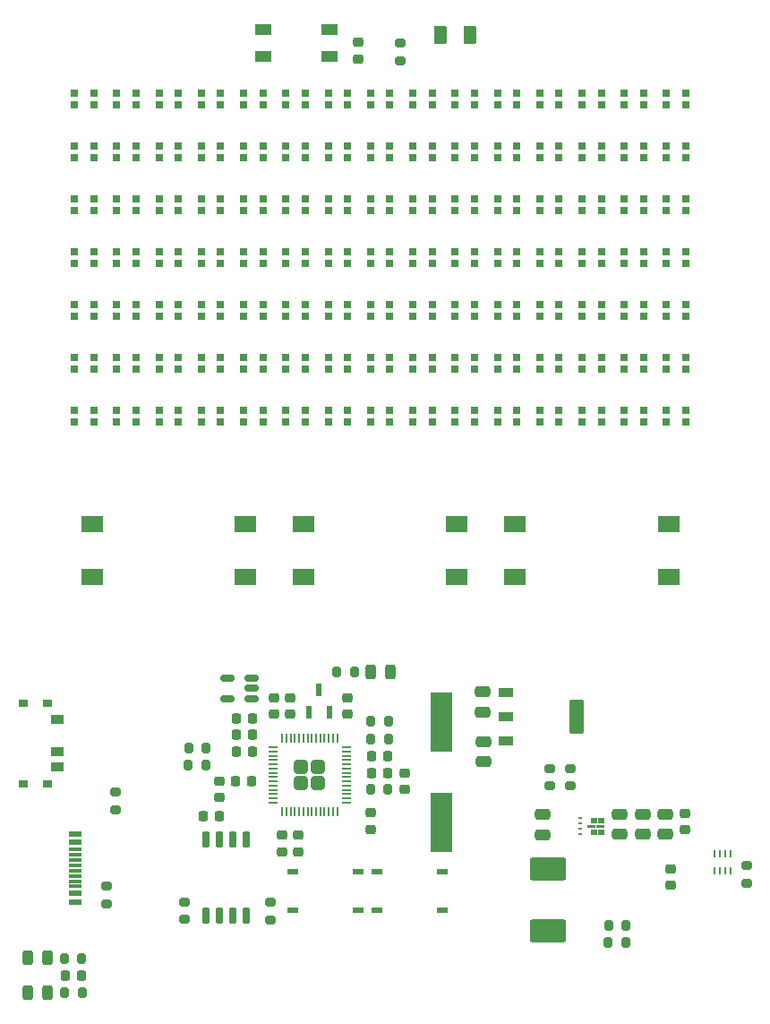
<source format=gbr>
%TF.GenerationSoftware,KiCad,Pcbnew,8.0.5*%
%TF.CreationDate,2025-08-16T16:19:27-04:00*%
%TF.ProjectId,TagTag,54616754-6167-42e6-9b69-6361645f7063,1.2*%
%TF.SameCoordinates,Original*%
%TF.FileFunction,Paste,Top*%
%TF.FilePolarity,Positive*%
%FSLAX46Y46*%
G04 Gerber Fmt 4.6, Leading zero omitted, Abs format (unit mm)*
G04 Created by KiCad (PCBNEW 8.0.5) date 2025-08-16 16:19:27*
%MOMM*%
%LPD*%
G01*
G04 APERTURE LIST*
G04 Aperture macros list*
%AMRoundRect*
0 Rectangle with rounded corners*
0 $1 Rounding radius*
0 $2 $3 $4 $5 $6 $7 $8 $9 X,Y pos of 4 corners*
0 Add a 4 corners polygon primitive as box body*
4,1,4,$2,$3,$4,$5,$6,$7,$8,$9,$2,$3,0*
0 Add four circle primitives for the rounded corners*
1,1,$1+$1,$2,$3*
1,1,$1+$1,$4,$5*
1,1,$1+$1,$6,$7*
1,1,$1+$1,$8,$9*
0 Add four rect primitives between the rounded corners*
20,1,$1+$1,$2,$3,$4,$5,0*
20,1,$1+$1,$4,$5,$6,$7,0*
20,1,$1+$1,$6,$7,$8,$9,0*
20,1,$1+$1,$8,$9,$2,$3,0*%
G04 Aperture macros list end*
%ADD10C,0.010000*%
%ADD11R,0.700000X0.700000*%
%ADD12RoundRect,0.225000X0.250000X-0.225000X0.250000X0.225000X-0.250000X0.225000X-0.250000X-0.225000X0*%
%ADD13RoundRect,0.215000X1.485000X-0.860000X1.485000X0.860000X-1.485000X0.860000X-1.485000X-0.860000X0*%
%ADD14R,1.250000X0.900000*%
%ADD15R,0.930000X0.800000*%
%ADD16RoundRect,0.200000X0.275000X-0.200000X0.275000X0.200000X-0.275000X0.200000X-0.275000X-0.200000X0*%
%ADD17RoundRect,0.200000X-0.275000X0.200000X-0.275000X-0.200000X0.275000X-0.200000X0.275000X0.200000X0*%
%ADD18RoundRect,0.225000X-0.250000X0.225000X-0.250000X-0.225000X0.250000X-0.225000X0.250000X0.225000X0*%
%ADD19R,0.228600X0.711200*%
%ADD20RoundRect,0.250000X-0.475000X0.250000X-0.475000X-0.250000X0.475000X-0.250000X0.475000X0.250000X0*%
%ADD21RoundRect,0.200000X-0.200000X-0.275000X0.200000X-0.275000X0.200000X0.275000X-0.200000X0.275000X0*%
%ADD22RoundRect,0.150000X0.512500X0.150000X-0.512500X0.150000X-0.512500X-0.150000X0.512500X-0.150000X0*%
%ADD23RoundRect,0.243750X0.243750X0.456250X-0.243750X0.456250X-0.243750X-0.456250X0.243750X-0.456250X0*%
%ADD24RoundRect,0.150000X0.150000X-0.650000X0.150000X0.650000X-0.150000X0.650000X-0.150000X-0.650000X0*%
%ADD25RoundRect,0.225000X-0.225000X-0.250000X0.225000X-0.250000X0.225000X0.250000X-0.225000X0.250000X0*%
%ADD26R,2.000000X1.500000*%
%ADD27R,2.100000X5.600000*%
%ADD28RoundRect,0.200000X0.200000X0.275000X-0.200000X0.275000X-0.200000X-0.275000X0.200000X-0.275000X0*%
%ADD29R,1.500000X1.100000*%
%ADD30RoundRect,0.250000X0.475000X-0.250000X0.475000X0.250000X-0.475000X0.250000X-0.475000X-0.250000X0*%
%ADD31RoundRect,0.250000X0.375000X0.625000X-0.375000X0.625000X-0.375000X-0.625000X0.375000X-0.625000X0*%
%ADD32RoundRect,0.225000X0.225000X0.250000X-0.225000X0.250000X-0.225000X-0.250000X0.225000X-0.250000X0*%
%ADD33R,1.117600X0.558800*%
%ADD34R,0.600000X1.300000*%
%ADD35R,0.450000X0.250000*%
%ADD36RoundRect,0.249999X0.395001X-0.395001X0.395001X0.395001X-0.395001X0.395001X-0.395001X-0.395001X0*%
%ADD37RoundRect,0.050000X0.050000X-0.387500X0.050000X0.387500X-0.050000X0.387500X-0.050000X-0.387500X0*%
%ADD38RoundRect,0.050000X0.387500X-0.050000X0.387500X0.050000X-0.387500X0.050000X-0.387500X-0.050000X0*%
%ADD39RoundRect,0.069750X-0.585250X0.395250X-0.585250X-0.395250X0.585250X-0.395250X0.585250X0.395250X0*%
%ADD40RoundRect,0.098250X-0.556750X1.521750X-0.556750X-1.521750X0.556750X-1.521750X0.556750X1.521750X0*%
%ADD41R,1.240000X0.600000*%
%ADD42R,1.240000X0.300000*%
G04 APERTURE END LIST*
D10*
%TO.C,U4*%
X212246560Y-132856374D02*
X211621560Y-132856374D01*
X211621560Y-132656374D01*
X212246560Y-132656374D01*
X212246560Y-132856374D01*
G36*
X212246560Y-132856374D02*
G01*
X211621560Y-132856374D01*
X211621560Y-132656374D01*
X212246560Y-132656374D01*
X212246560Y-132856374D01*
G37*
X212396560Y-132381374D02*
X211921560Y-132381374D01*
X211921560Y-132031374D01*
X212396560Y-132031374D01*
X212396560Y-132381374D01*
G36*
X212396560Y-132381374D02*
G01*
X211921560Y-132381374D01*
X211921560Y-132031374D01*
X212396560Y-132031374D01*
X212396560Y-132381374D01*
G37*
X212396560Y-133481374D02*
X211921560Y-133481374D01*
X211921560Y-133131374D01*
X212396560Y-133131374D01*
X212396560Y-133481374D01*
G36*
X212396560Y-133481374D02*
G01*
X211921560Y-133481374D01*
X211921560Y-133131374D01*
X212396560Y-133131374D01*
X212396560Y-133481374D01*
G37*
X213071560Y-132381374D02*
X212596560Y-132381374D01*
X212596560Y-132031374D01*
X213071560Y-132031374D01*
X213071560Y-132381374D01*
G36*
X213071560Y-132381374D02*
G01*
X212596560Y-132381374D01*
X212596560Y-132031374D01*
X213071560Y-132031374D01*
X213071560Y-132381374D01*
G37*
X213071560Y-132856374D02*
X212446560Y-132856374D01*
X212446560Y-132656374D01*
X213071560Y-132656374D01*
X213071560Y-132856374D01*
G36*
X213071560Y-132856374D02*
G01*
X212446560Y-132856374D01*
X212446560Y-132656374D01*
X213071560Y-132656374D01*
X213071560Y-132856374D01*
G37*
X213071560Y-133481374D02*
X212596560Y-133481374D01*
X212596560Y-133131374D01*
X213071560Y-133131374D01*
X213071560Y-133481374D01*
G36*
X213071560Y-133481374D02*
G01*
X212596560Y-133481374D01*
X212596560Y-133131374D01*
X213071560Y-133131374D01*
X213071560Y-133481374D01*
G37*
%TD*%
D11*
%TO.C,D305*%
X164909252Y-84581802D03*
X164909252Y-83481802D03*
X163079252Y-83481802D03*
X163079252Y-84581802D03*
%TD*%
%TO.C,D318*%
X172909252Y-79581802D03*
X172909252Y-78481802D03*
X171079252Y-78481802D03*
X171079252Y-79581802D03*
%TD*%
D12*
%TO.C,C28*%
X219491969Y-138339477D03*
X219491969Y-136789477D03*
%TD*%
D11*
%TO.C,D313*%
X168909252Y-89581802D03*
X168909252Y-88481802D03*
X167079252Y-88481802D03*
X167079252Y-89581802D03*
%TD*%
%TO.C,D322*%
X176909252Y-64581802D03*
X176909252Y-63481802D03*
X175079252Y-63481802D03*
X175079252Y-64581802D03*
%TD*%
%TO.C,D383*%
X208909252Y-89581802D03*
X208909252Y-88481802D03*
X207079252Y-88481802D03*
X207079252Y-89581802D03*
%TD*%
%TO.C,D339*%
X184909252Y-79581802D03*
X184909252Y-78481802D03*
X183079252Y-78481802D03*
X183079252Y-79581802D03*
%TD*%
D12*
%TO.C,C7*%
X188912809Y-122174021D03*
X188912809Y-120624021D03*
%TD*%
D11*
%TO.C,D379*%
X208909252Y-69581802D03*
X208909252Y-68481802D03*
X207079252Y-68481802D03*
X207079252Y-69581802D03*
%TD*%
D13*
%TO.C,L1*%
X207851167Y-142669455D03*
X207851167Y-136819455D03*
%TD*%
D11*
%TO.C,D362*%
X196909252Y-89581802D03*
X196909252Y-88481802D03*
X195079252Y-88481802D03*
X195079252Y-89581802D03*
%TD*%
%TO.C,D302*%
X164909252Y-69581802D03*
X164909252Y-68481802D03*
X163079252Y-68481802D03*
X163079252Y-69581802D03*
%TD*%
%TO.C,D342*%
X184909252Y-94581802D03*
X184909252Y-93481802D03*
X183079252Y-93481802D03*
X183079252Y-94581802D03*
%TD*%
%TO.C,D328*%
X176909252Y-94581802D03*
X176909252Y-93481802D03*
X175079252Y-93481802D03*
X175079252Y-94581802D03*
%TD*%
%TO.C,D369*%
X200909252Y-89581802D03*
X200909252Y-88481802D03*
X199079252Y-88481802D03*
X199079252Y-89581802D03*
%TD*%
%TO.C,D349*%
X188909252Y-94581802D03*
X188909252Y-93481802D03*
X187079252Y-93481802D03*
X187079252Y-94581802D03*
%TD*%
D14*
%TO.C,SW8*%
X161454563Y-127195133D03*
X161454563Y-125695133D03*
X161454563Y-122695133D03*
D15*
X158244563Y-128745133D03*
X160514563Y-128745133D03*
X158244563Y-121145133D03*
X160514563Y-121145133D03*
%TD*%
D11*
%TO.C,D400*%
X220909252Y-69581802D03*
X220909252Y-68481802D03*
X219079252Y-68481802D03*
X219079252Y-69581802D03*
%TD*%
%TO.C,D372*%
X204909252Y-69581802D03*
X204909252Y-68481802D03*
X203079252Y-68481802D03*
X203079252Y-69581802D03*
%TD*%
D16*
%TO.C,R5*%
X166984964Y-131209341D03*
X166984964Y-129559341D03*
%TD*%
D17*
%TO.C,R6*%
X166121680Y-138452384D03*
X166121680Y-140102384D03*
%TD*%
D12*
%TO.C,C9*%
X183510141Y-122180623D03*
X183510141Y-120630623D03*
%TD*%
D11*
%TO.C,D343*%
X188909252Y-64581802D03*
X188909252Y-63481802D03*
X187079252Y-63481802D03*
X187079252Y-64581802D03*
%TD*%
%TO.C,D309*%
X168909252Y-69581802D03*
X168909252Y-68481802D03*
X167079252Y-68481802D03*
X167079252Y-69581802D03*
%TD*%
D18*
%TO.C,C8*%
X182721428Y-133638832D03*
X182721428Y-135188832D03*
%TD*%
D11*
%TO.C,D307*%
X164909252Y-94581802D03*
X164909252Y-93481802D03*
X163079252Y-93481802D03*
X163079252Y-94581802D03*
%TD*%
%TO.C,D333*%
X180909252Y-84581802D03*
X180909252Y-83481802D03*
X179079252Y-83481802D03*
X179079252Y-84581802D03*
%TD*%
%TO.C,D304*%
X164909252Y-79581802D03*
X164909252Y-78481802D03*
X163079252Y-78481802D03*
X163079252Y-79581802D03*
%TD*%
%TO.C,D346*%
X188909252Y-79581802D03*
X188909252Y-78481802D03*
X187079252Y-78481802D03*
X187079252Y-79581802D03*
%TD*%
%TO.C,D340*%
X184909252Y-84581802D03*
X184909252Y-83481802D03*
X183079252Y-83481802D03*
X183079252Y-84581802D03*
%TD*%
%TO.C,D401*%
X220909252Y-74581802D03*
X220909252Y-73481802D03*
X219079252Y-73481802D03*
X219079252Y-74581802D03*
%TD*%
%TO.C,D345*%
X188909252Y-74581802D03*
X188909252Y-73481802D03*
X187079252Y-73481802D03*
X187079252Y-74581802D03*
%TD*%
%TO.C,D327*%
X176909252Y-89581802D03*
X176909252Y-88481802D03*
X175079252Y-88481802D03*
X175079252Y-89581802D03*
%TD*%
D19*
%TO.C,U5*%
X225127645Y-135354743D03*
X224627519Y-135354743D03*
X224127393Y-135354743D03*
X223627267Y-135354743D03*
X223627267Y-136954943D03*
X224127393Y-136954943D03*
X224627519Y-136954943D03*
X225127645Y-136954943D03*
%TD*%
D16*
%TO.C,R27*%
X173457810Y-141596343D03*
X173457810Y-139946343D03*
%TD*%
D20*
%TO.C,C24*%
X216800317Y-131628018D03*
X216800317Y-133528018D03*
%TD*%
D21*
%TO.C,R10*%
X191109658Y-122842267D03*
X192759658Y-122842267D03*
%TD*%
D11*
%TO.C,D356*%
X192909252Y-94581802D03*
X192909252Y-93481802D03*
X191079252Y-93481802D03*
X191079252Y-94581802D03*
%TD*%
D20*
%TO.C,C30*%
X201804182Y-124801786D03*
X201804182Y-126701786D03*
%TD*%
D22*
%TO.C,U3*%
X179813323Y-120697933D03*
X179813323Y-119747933D03*
X179813323Y-118797933D03*
X177538323Y-118797933D03*
X177538323Y-120697933D03*
%TD*%
D11*
%TO.C,D390*%
X212909252Y-89581802D03*
X212909252Y-88481802D03*
X211079252Y-88481802D03*
X211079252Y-89581802D03*
%TD*%
D21*
%TO.C,R13*%
X191099434Y-124510716D03*
X192749434Y-124510716D03*
%TD*%
D11*
%TO.C,D364*%
X200909252Y-64581802D03*
X200909252Y-63481802D03*
X199079252Y-63481802D03*
X199079252Y-64581802D03*
%TD*%
%TO.C,D378*%
X208909252Y-64581802D03*
X208909252Y-63481802D03*
X207079252Y-63481802D03*
X207079252Y-64581802D03*
%TD*%
%TO.C,D310*%
X168909252Y-74581802D03*
X168909252Y-73481802D03*
X167079252Y-73481802D03*
X167079252Y-74581802D03*
%TD*%
D23*
%TO.C,D1*%
X160533633Y-145240039D03*
X158658633Y-145240039D03*
%TD*%
D11*
%TO.C,D329*%
X180909252Y-64581802D03*
X180909252Y-63481802D03*
X179079252Y-63481802D03*
X179079252Y-64581802D03*
%TD*%
%TO.C,D384*%
X208909252Y-94581802D03*
X208909252Y-93481802D03*
X207079252Y-93481802D03*
X207079252Y-94581802D03*
%TD*%
D21*
%TO.C,R2*%
X213571599Y-143772881D03*
X215221599Y-143772881D03*
%TD*%
D11*
%TO.C,D358*%
X196909252Y-69581802D03*
X196909252Y-68481802D03*
X195079252Y-68481802D03*
X195079252Y-69581802D03*
%TD*%
D12*
%TO.C,C14*%
X194286637Y-129277971D03*
X194286637Y-127727971D03*
%TD*%
D24*
%TO.C,U7*%
X175497496Y-141228532D03*
X176767496Y-141228532D03*
X178037496Y-141228532D03*
X179307496Y-141228532D03*
X179307496Y-134028532D03*
X178037496Y-134028532D03*
X176767496Y-134028532D03*
X175497496Y-134028532D03*
%TD*%
D11*
%TO.C,D353*%
X192909252Y-79581802D03*
X192909252Y-78481802D03*
X191079252Y-78481802D03*
X191079252Y-79581802D03*
%TD*%
%TO.C,D376*%
X204909252Y-89581802D03*
X204909252Y-88481802D03*
X203079252Y-88481802D03*
X203079252Y-89581802D03*
%TD*%
%TO.C,D363*%
X196909252Y-94581802D03*
X196909252Y-93481802D03*
X195079252Y-93481802D03*
X195079252Y-94581802D03*
%TD*%
D18*
%TO.C,C27*%
X220805310Y-131582352D03*
X220805310Y-133132352D03*
%TD*%
D25*
%TO.C,C1*%
X191157564Y-126184913D03*
X192707564Y-126184913D03*
%TD*%
D23*
%TO.C,D2*%
X160523096Y-148467380D03*
X158648096Y-148467380D03*
%TD*%
D11*
%TO.C,D361*%
X196909252Y-84581802D03*
X196909252Y-83481802D03*
X195079252Y-83481802D03*
X195079252Y-84581802D03*
%TD*%
%TO.C,D352*%
X192909252Y-74581802D03*
X192909252Y-73481802D03*
X191079252Y-73481802D03*
X191079252Y-74581802D03*
%TD*%
D26*
%TO.C,SW3*%
X184750000Y-104250000D03*
X199250000Y-104250000D03*
X184750000Y-109250000D03*
X199250000Y-109250000D03*
%TD*%
D11*
%TO.C,D370*%
X200909252Y-94581802D03*
X200909252Y-93481802D03*
X199079252Y-93481802D03*
X199079252Y-94581802D03*
%TD*%
%TO.C,D360*%
X196909252Y-79581802D03*
X196909252Y-78481802D03*
X195079252Y-78481802D03*
X195079252Y-79581802D03*
%TD*%
%TO.C,D392*%
X216909252Y-64581802D03*
X216909252Y-63481802D03*
X215079252Y-63481802D03*
X215079252Y-64581802D03*
%TD*%
D21*
%TO.C,R29*%
X187897904Y-118186267D03*
X189547904Y-118186267D03*
%TD*%
D11*
%TO.C,D308*%
X168909252Y-64581802D03*
X168909252Y-63481802D03*
X167079252Y-63481802D03*
X167079252Y-64581802D03*
%TD*%
D25*
%TO.C,C12*%
X162193629Y-146868881D03*
X163743629Y-146868881D03*
%TD*%
D11*
%TO.C,D337*%
X184909252Y-69581802D03*
X184909252Y-68481802D03*
X183079252Y-68481802D03*
X183079252Y-69581802D03*
%TD*%
%TO.C,D317*%
X172909252Y-74581802D03*
X172909252Y-73481802D03*
X171079252Y-73481802D03*
X171079252Y-74581802D03*
%TD*%
D27*
%TO.C,Y1*%
X197790210Y-132442648D03*
X197790210Y-122942648D03*
%TD*%
D21*
%TO.C,R1*%
X173865768Y-126973286D03*
X175515768Y-126973286D03*
%TD*%
D11*
%TO.C,D402*%
X220909252Y-79581802D03*
X220909252Y-78481802D03*
X219079252Y-78481802D03*
X219079252Y-79581802D03*
%TD*%
%TO.C,D405*%
X220909252Y-94581802D03*
X220909252Y-93481802D03*
X219079252Y-93481802D03*
X219079252Y-94581802D03*
%TD*%
D23*
%TO.C,D3*%
X192937736Y-118222282D03*
X191062736Y-118222282D03*
%TD*%
D11*
%TO.C,D359*%
X196909252Y-74581802D03*
X196909252Y-73481802D03*
X195079252Y-73481802D03*
X195079252Y-74581802D03*
%TD*%
D18*
%TO.C,C15*%
X191113077Y-131528545D03*
X191113077Y-133078545D03*
%TD*%
D20*
%TO.C,C25*%
X218946354Y-131628018D03*
X218946354Y-133528018D03*
%TD*%
D26*
%TO.C,SW4*%
X204750000Y-104250000D03*
X219250000Y-104250000D03*
X204750000Y-109250000D03*
X219250000Y-109250000D03*
%TD*%
D11*
%TO.C,D336*%
X184909252Y-64581802D03*
X184909252Y-63481802D03*
X183079252Y-63481802D03*
X183079252Y-64581802D03*
%TD*%
D16*
%TO.C,R18*%
X208052645Y-128961736D03*
X208052645Y-127311736D03*
%TD*%
D11*
%TO.C,D350*%
X192909252Y-64581802D03*
X192909252Y-63481802D03*
X191079252Y-63481802D03*
X191079252Y-64581802D03*
%TD*%
D25*
%TO.C,C11*%
X191167279Y-127740155D03*
X192717279Y-127740155D03*
%TD*%
D11*
%TO.C,D354*%
X192909252Y-84581802D03*
X192909252Y-83481802D03*
X191079252Y-83481802D03*
X191079252Y-84581802D03*
%TD*%
%TO.C,D335*%
X180909252Y-94581802D03*
X180909252Y-93481802D03*
X179079252Y-93481802D03*
X179079252Y-94581802D03*
%TD*%
%TO.C,D368*%
X200909252Y-84581802D03*
X200909252Y-83481802D03*
X199079252Y-83481802D03*
X199079252Y-84581802D03*
%TD*%
D28*
%TO.C,R8*%
X163797515Y-148478616D03*
X162147515Y-148478616D03*
%TD*%
D11*
%TO.C,D391*%
X212909252Y-94581802D03*
X212909252Y-93481802D03*
X211079252Y-93481802D03*
X211079252Y-94581802D03*
%TD*%
D29*
%TO.C,IC1*%
X180942522Y-57523527D03*
X180942522Y-60063527D03*
X187242522Y-60063527D03*
X187242522Y-57523527D03*
%TD*%
D30*
%TO.C,C23*%
X207320689Y-133588447D03*
X207320689Y-131688447D03*
%TD*%
D31*
%TO.C,D5*%
X200498534Y-57961936D03*
X197698534Y-57961936D03*
%TD*%
D11*
%TO.C,D301*%
X164909252Y-64581802D03*
X164909252Y-63481802D03*
X163079252Y-63481802D03*
X163079252Y-64581802D03*
%TD*%
D16*
%TO.C,R21*%
X193866011Y-60414155D03*
X193866011Y-58764155D03*
%TD*%
D28*
%TO.C,R7*%
X163766240Y-145270891D03*
X162116240Y-145270891D03*
%TD*%
D18*
%TO.C,C5*%
X184272592Y-133628952D03*
X184272592Y-135178952D03*
%TD*%
D11*
%TO.C,D380*%
X208909252Y-74581802D03*
X208909252Y-73481802D03*
X207079252Y-73481802D03*
X207079252Y-74581802D03*
%TD*%
%TO.C,D387*%
X212909252Y-74581802D03*
X212909252Y-73481802D03*
X211079252Y-73481802D03*
X211079252Y-74581802D03*
%TD*%
D18*
%TO.C,C13*%
X176793456Y-128529241D03*
X176793456Y-130079241D03*
%TD*%
D11*
%TO.C,D389*%
X212909252Y-84581802D03*
X212909252Y-83481802D03*
X211079252Y-83481802D03*
X211079252Y-84581802D03*
%TD*%
%TO.C,D377*%
X204909252Y-94581802D03*
X204909252Y-93481802D03*
X203079252Y-93481802D03*
X203079252Y-94581802D03*
%TD*%
%TO.C,D316*%
X172909252Y-69581802D03*
X172909252Y-68481802D03*
X171079252Y-68481802D03*
X171079252Y-69581802D03*
%TD*%
%TO.C,D398*%
X216909252Y-94581802D03*
X216909252Y-93481802D03*
X215079252Y-93481802D03*
X215079252Y-94581802D03*
%TD*%
D20*
%TO.C,C26*%
X214655015Y-131634314D03*
X214655015Y-133534314D03*
%TD*%
D11*
%TO.C,D332*%
X180909252Y-79581802D03*
X180909252Y-78481802D03*
X179079252Y-78481802D03*
X179079252Y-79581802D03*
%TD*%
%TO.C,D388*%
X212909252Y-79581802D03*
X212909252Y-78481802D03*
X211079252Y-78481802D03*
X211079252Y-79581802D03*
%TD*%
%TO.C,D315*%
X172909252Y-64581802D03*
X172909252Y-63481802D03*
X171079252Y-63481802D03*
X171079252Y-64581802D03*
%TD*%
%TO.C,D331*%
X180909252Y-74581802D03*
X180909252Y-73481802D03*
X179079252Y-73481802D03*
X179079252Y-74581802D03*
%TD*%
%TO.C,D326*%
X176909252Y-84581802D03*
X176909252Y-83481802D03*
X175079252Y-83481802D03*
X175079252Y-84581802D03*
%TD*%
D17*
%TO.C,R26*%
X181643891Y-139961151D03*
X181643891Y-141611151D03*
%TD*%
D11*
%TO.C,D393*%
X216909252Y-69581802D03*
X216909252Y-68481802D03*
X215079252Y-68481802D03*
X215079252Y-69581802D03*
%TD*%
%TO.C,D394*%
X216909252Y-74581802D03*
X216909252Y-73481802D03*
X215079252Y-73481802D03*
X215079252Y-74581802D03*
%TD*%
%TO.C,D366*%
X200909252Y-74581802D03*
X200909252Y-73481802D03*
X199079252Y-73481802D03*
X199079252Y-74581802D03*
%TD*%
%TO.C,D385*%
X212909252Y-64581802D03*
X212909252Y-63481802D03*
X211079252Y-63481802D03*
X211079252Y-64581802D03*
%TD*%
%TO.C,D404*%
X220909252Y-89581802D03*
X220909252Y-88481802D03*
X219079252Y-88481802D03*
X219079252Y-89581802D03*
%TD*%
%TO.C,D399*%
X220909252Y-64581802D03*
X220909252Y-63481802D03*
X219079252Y-63481802D03*
X219079252Y-64581802D03*
%TD*%
%TO.C,D403*%
X220909252Y-84581802D03*
X220909252Y-83481802D03*
X219079252Y-83481802D03*
X219079252Y-84581802D03*
%TD*%
D32*
%TO.C,C10*%
X179917345Y-122592849D03*
X178367345Y-122592849D03*
%TD*%
D11*
%TO.C,D396*%
X216909252Y-84581802D03*
X216909252Y-83481802D03*
X215079252Y-83481802D03*
X215079252Y-84581802D03*
%TD*%
%TO.C,D382*%
X208909252Y-84581802D03*
X208909252Y-83481802D03*
X207079252Y-83481802D03*
X207079252Y-84581802D03*
%TD*%
%TO.C,D386*%
X212909252Y-69581802D03*
X212909252Y-68481802D03*
X211079252Y-68481802D03*
X211079252Y-69581802D03*
%TD*%
%TO.C,D341*%
X184909252Y-89581802D03*
X184909252Y-88481802D03*
X183079252Y-88481802D03*
X183079252Y-89581802D03*
%TD*%
D32*
%TO.C,C3*%
X179923500Y-125717630D03*
X178373500Y-125717630D03*
%TD*%
D11*
%TO.C,D311*%
X168909252Y-79581802D03*
X168909252Y-78481802D03*
X167079252Y-78481802D03*
X167079252Y-79581802D03*
%TD*%
%TO.C,D314*%
X168909252Y-94581802D03*
X168909252Y-93481802D03*
X167079252Y-93481802D03*
X167079252Y-94581802D03*
%TD*%
D33*
%TO.C,SW5*%
X183696665Y-137055021D03*
X189894265Y-137055021D03*
X183696665Y-140755019D03*
X189894265Y-140755019D03*
%TD*%
D11*
%TO.C,D312*%
X168909252Y-84581802D03*
X168909252Y-83481802D03*
X167079252Y-83481802D03*
X167079252Y-84581802D03*
%TD*%
D34*
%TO.C,Q1*%
X185275693Y-121976297D03*
X187175693Y-121976297D03*
X186225693Y-119876297D03*
%TD*%
D11*
%TO.C,D334*%
X180909252Y-89581802D03*
X180909252Y-88481802D03*
X179079252Y-88481802D03*
X179079252Y-89581802D03*
%TD*%
D35*
%TO.C,U4*%
X210896560Y-132006374D03*
X210896560Y-132506374D03*
X210896560Y-133006374D03*
X210896560Y-133506374D03*
%TD*%
D11*
%TO.C,D348*%
X188909252Y-89581802D03*
X188909252Y-88481802D03*
X187079252Y-88481802D03*
X187079252Y-89581802D03*
%TD*%
%TO.C,D320*%
X172909252Y-89581802D03*
X172909252Y-88481802D03*
X171079252Y-88481802D03*
X171079252Y-89581802D03*
%TD*%
D17*
%TO.C,R17*%
X209976323Y-127300935D03*
X209976323Y-128950935D03*
%TD*%
D11*
%TO.C,D324*%
X176909252Y-74581802D03*
X176909252Y-73481802D03*
X175079252Y-73481802D03*
X175079252Y-74581802D03*
%TD*%
D36*
%TO.C,U2*%
X184535071Y-128736543D03*
X186135071Y-128736543D03*
X184535071Y-127136543D03*
X186135071Y-127136543D03*
D37*
X182735071Y-131374043D03*
X183135071Y-131374043D03*
X183535071Y-131374043D03*
X183935071Y-131374043D03*
X184335071Y-131374043D03*
X184735071Y-131374043D03*
X185135071Y-131374043D03*
X185535071Y-131374043D03*
X185935071Y-131374043D03*
X186335071Y-131374043D03*
X186735071Y-131374043D03*
X187135071Y-131374043D03*
X187535071Y-131374043D03*
X187935071Y-131374043D03*
D38*
X188772571Y-130536543D03*
X188772571Y-130136543D03*
X188772571Y-129736543D03*
X188772571Y-129336543D03*
X188772571Y-128936543D03*
X188772571Y-128536543D03*
X188772571Y-128136543D03*
X188772571Y-127736543D03*
X188772571Y-127336543D03*
X188772571Y-126936543D03*
X188772571Y-126536543D03*
X188772571Y-126136543D03*
X188772571Y-125736543D03*
X188772571Y-125336543D03*
D37*
X187935071Y-124499043D03*
X187535071Y-124499043D03*
X187135071Y-124499043D03*
X186735071Y-124499043D03*
X186335071Y-124499043D03*
X185935071Y-124499043D03*
X185535071Y-124499043D03*
X185135071Y-124499043D03*
X184735071Y-124499043D03*
X184335071Y-124499043D03*
X183935071Y-124499043D03*
X183535071Y-124499043D03*
X183135071Y-124499043D03*
X182735071Y-124499043D03*
D38*
X181897571Y-125336543D03*
X181897571Y-125736543D03*
X181897571Y-126136543D03*
X181897571Y-126536543D03*
X181897571Y-126936543D03*
X181897571Y-127336543D03*
X181897571Y-127736543D03*
X181897571Y-128136543D03*
X181897571Y-128536543D03*
X181897571Y-128936543D03*
X181897571Y-129336543D03*
X181897571Y-129736543D03*
X181897571Y-130136543D03*
X181897571Y-130536543D03*
%TD*%
D11*
%TO.C,D375*%
X204909252Y-84581802D03*
X204909252Y-83481802D03*
X203079252Y-83481802D03*
X203079252Y-84581802D03*
%TD*%
D12*
%TO.C,C6*%
X181989325Y-122182824D03*
X181989325Y-120632824D03*
%TD*%
D11*
%TO.C,D321*%
X172909252Y-94581802D03*
X172909252Y-93481802D03*
X171079252Y-93481802D03*
X171079252Y-94581802D03*
%TD*%
%TO.C,D344*%
X188909252Y-69581802D03*
X188909252Y-68481802D03*
X187079252Y-68481802D03*
X187079252Y-69581802D03*
%TD*%
D18*
%TO.C,C20*%
X189941688Y-58709133D03*
X189941688Y-60259133D03*
%TD*%
D30*
%TO.C,C29*%
X201670578Y-121984125D03*
X201670578Y-120084125D03*
%TD*%
D11*
%TO.C,D381*%
X208909252Y-79581802D03*
X208909252Y-78481802D03*
X207079252Y-78481802D03*
X207079252Y-79581802D03*
%TD*%
%TO.C,D303*%
X164909252Y-74581802D03*
X164909252Y-73481802D03*
X163079252Y-73481802D03*
X163079252Y-74581802D03*
%TD*%
D32*
%TO.C,C16*%
X176791244Y-131829493D03*
X175241244Y-131829493D03*
%TD*%
D33*
%TO.C,SW2*%
X197846304Y-140755580D03*
X191648704Y-140755580D03*
X197846304Y-137055582D03*
X191648704Y-137055582D03*
%TD*%
D21*
%TO.C,R4*%
X173869878Y-125426418D03*
X175519878Y-125426418D03*
%TD*%
D32*
%TO.C,C4*%
X179910607Y-124133195D03*
X178360607Y-124133195D03*
%TD*%
D28*
%TO.C,R3*%
X215227961Y-142195569D03*
X213577961Y-142195569D03*
%TD*%
D11*
%TO.C,D374*%
X204909252Y-79581802D03*
X204909252Y-78481802D03*
X203079252Y-78481802D03*
X203079252Y-79581802D03*
%TD*%
%TO.C,D347*%
X188909252Y-84581802D03*
X188909252Y-83481802D03*
X187079252Y-83481802D03*
X187079252Y-84581802D03*
%TD*%
D17*
%TO.C,R16*%
X226636818Y-136514282D03*
X226636818Y-138164282D03*
%TD*%
D11*
%TO.C,D323*%
X176909252Y-69581802D03*
X176909252Y-68481802D03*
X175079252Y-68481802D03*
X175079252Y-69581802D03*
%TD*%
D26*
%TO.C,SW1*%
X164750000Y-104250000D03*
X179250000Y-104250000D03*
X164750000Y-109250000D03*
X179250000Y-109250000D03*
%TD*%
D39*
%TO.C,U6*%
X203884440Y-120112141D03*
X203884440Y-122402141D03*
X203884440Y-124692141D03*
D40*
X210574440Y-122402141D03*
%TD*%
D11*
%TO.C,D325*%
X176909252Y-79581802D03*
X176909252Y-78481802D03*
X175079252Y-78481802D03*
X175079252Y-79581802D03*
%TD*%
%TO.C,D306*%
X164909252Y-89581802D03*
X164909252Y-88481802D03*
X163079252Y-88481802D03*
X163079252Y-89581802D03*
%TD*%
%TO.C,D319*%
X172909252Y-84581802D03*
X172909252Y-83481802D03*
X171079252Y-83481802D03*
X171079252Y-84581802D03*
%TD*%
D41*
%TO.C,J1*%
X163184795Y-133519783D03*
X163184795Y-134319783D03*
D42*
X163184795Y-135469783D03*
X163184795Y-136469783D03*
X163184795Y-136969783D03*
X163184795Y-137969783D03*
D41*
X163184795Y-139919783D03*
X163184795Y-139119783D03*
D42*
X163184795Y-138469783D03*
X163184795Y-137469783D03*
X163184795Y-135969783D03*
X163184795Y-134969783D03*
%TD*%
D28*
%TO.C,R28*%
X192737252Y-129307317D03*
X191087252Y-129307317D03*
%TD*%
D11*
%TO.C,D355*%
X192909252Y-89581802D03*
X192909252Y-88481802D03*
X191079252Y-88481802D03*
X191079252Y-89581802D03*
%TD*%
%TO.C,D330*%
X180909252Y-69581802D03*
X180909252Y-68481802D03*
X179079252Y-68481802D03*
X179079252Y-69581802D03*
%TD*%
%TO.C,D367*%
X200909252Y-79581802D03*
X200909252Y-78481802D03*
X199079252Y-78481802D03*
X199079252Y-79581802D03*
%TD*%
%TO.C,D365*%
X200909252Y-69581802D03*
X200909252Y-68481802D03*
X199079252Y-68481802D03*
X199079252Y-69581802D03*
%TD*%
%TO.C,D351*%
X192909252Y-69581802D03*
X192909252Y-68481802D03*
X191079252Y-68481802D03*
X191079252Y-69581802D03*
%TD*%
%TO.C,D338*%
X184909252Y-74581802D03*
X184909252Y-73481802D03*
X183079252Y-73481802D03*
X183079252Y-74581802D03*
%TD*%
%TO.C,D397*%
X216909252Y-89581802D03*
X216909252Y-88481802D03*
X215079252Y-88481802D03*
X215079252Y-89581802D03*
%TD*%
%TO.C,D357*%
X196909252Y-64581802D03*
X196909252Y-63481802D03*
X195079252Y-63481802D03*
X195079252Y-64581802D03*
%TD*%
D32*
%TO.C,C2*%
X179877968Y-128537862D03*
X178327968Y-128537862D03*
%TD*%
D11*
%TO.C,D371*%
X204909252Y-64581802D03*
X204909252Y-63481802D03*
X203079252Y-63481802D03*
X203079252Y-64581802D03*
%TD*%
%TO.C,D395*%
X216909252Y-79581802D03*
X216909252Y-78481802D03*
X215079252Y-78481802D03*
X215079252Y-79581802D03*
%TD*%
%TO.C,D373*%
X204909252Y-74581802D03*
X204909252Y-73481802D03*
X203079252Y-73481802D03*
X203079252Y-74581802D03*
%TD*%
M02*

</source>
